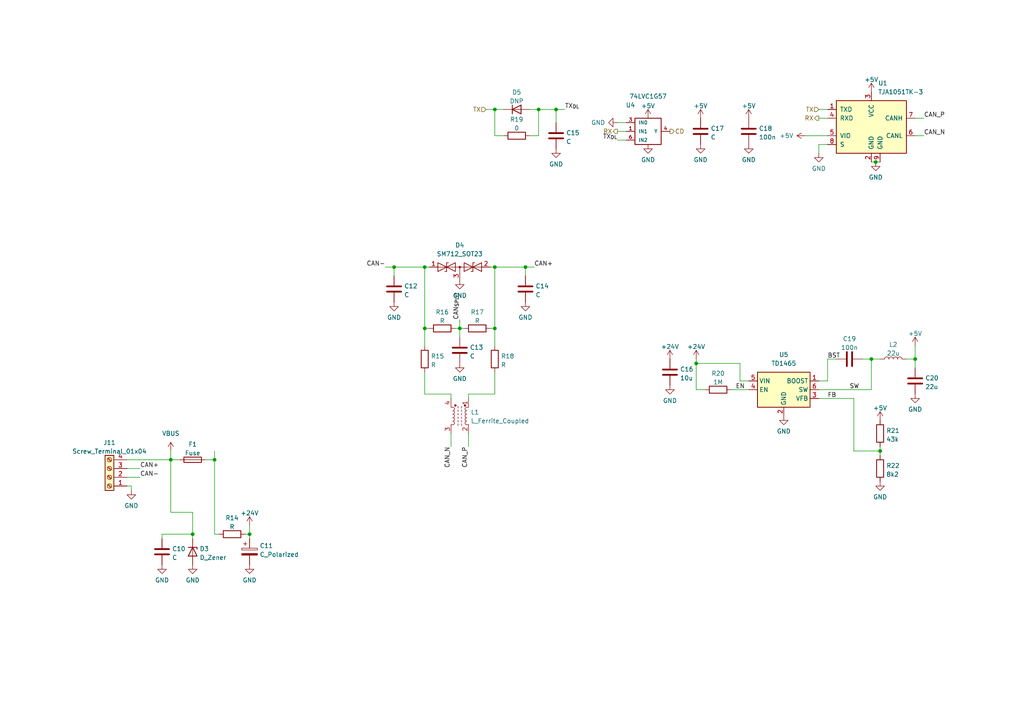
<source format=kicad_sch>
(kicad_sch (version 20230121) (generator eeschema)
  (paper "A4")
  (lib_symbols
    (symbol "74xGxx:74LVC1G57" (pin_names (offset 1.016))
      (property "Reference" "U" (at -2.54 5.08 0))
      (property "Value" "74LVC1G57" (at 0 -5.08 0))
      (symbol "74LVC1G57_0_1"
        (rectangle (start -3.81 3.81) (end 3.81 -3.81) (stroke (width 0.254)))
      )
      (symbol "74LVC1G57_1_1"
        (pin input line (at -6.35 0 0) (length 2.54) (name "IN1") (number "1"))
        (pin power_in line (at 0 -3.81 270) (length 0) hide (name "GND") (number "2"))
        (pin input line (at -6.35 2.54 0) (length 2.54) (name "IN0") (number "3"))
        (pin output line (at 6.35 0 180) (length 2.54) (name "Y") (number "4"))
        (pin power_in line (at 0 3.81 90) (length 0) hide (name "VCC") (number "5"))
        (pin input line (at -6.35 -2.54 0) (length 2.54) (name "IN2") (number "6"))
      )
    )
    (symbol "Connector:Screw_Terminal_01x04" (pin_names (offset 1.016) hide)
      (property "Reference" "J" (at 0 5.08 0))
      (property "Value" "Screw_Terminal_01x04" (at 0 -7.62 0))
      (symbol "Screw_Terminal_01x04_1_1"
        (rectangle (start -1.27 3.81) (end 1.27 -6.35) (stroke (width 0.254)) (fill (type background)))
        (circle (center 0 -5.08) (radius 0.635) (stroke (width 0.1524)))
        (circle (center 0 -2.54) (radius 0.635) (stroke (width 0.1524)))
        (polyline (pts (xy -0.5334 -4.7498) (xy 0.3302 -5.588)) (stroke (width 0.1524)))
        (polyline (pts (xy -0.5334 -2.2098) (xy 0.3302 -3.048)) (stroke (width 0.1524)))
        (polyline (pts (xy -0.5334 0.3302) (xy 0.3302 -0.508)) (stroke (width 0.1524)))
        (polyline (pts (xy -0.5334 2.8702) (xy 0.3302 2.032)) (stroke (width 0.1524)))
        (polyline (pts (xy -0.3556 -4.572) (xy 0.508 -5.4102)) (stroke (width 0.1524)))
        (polyline (pts (xy -0.3556 -2.032) (xy 0.508 -2.8702)) (stroke (width 0.1524)))
        (polyline (pts (xy -0.3556 0.508) (xy 0.508 -0.3302)) (stroke (width 0.1524)))
        (polyline (pts (xy -0.3556 3.048) (xy 0.508 2.2098)) (stroke (width 0.1524)))
        (circle (center 0 0) (radius 0.635) (stroke (width 0.1524)))
        (circle (center 0 2.54) (radius 0.635) (stroke (width 0.1524)))
        (pin passive line (at -5.08 2.54 0) (length 3.81) (name "Pin_1") (number "1"))
        (pin passive line (at -5.08 0 0) (length 3.81) (name "Pin_2") (number "2"))
        (pin passive line (at -5.08 -2.54 0) (length 3.81) (name "Pin_3") (number "3"))
        (pin passive line (at -5.08 -5.08 0) (length 3.81) (name "Pin_4") (number "4"))
      )
    )
    (symbol "Device:C" (pin_numbers hide) (pin_names (offset 0.254))
      (property "Reference" "C" (at 0.635 2.54 0))
      (property "Value" "C" (at 0.635 -2.54 0))
      (symbol "C_0_1"
        (polyline (pts (xy -2.032 -0.762) (xy 2.032 -0.762)) (stroke (width 0.508)))
        (polyline (pts (xy -2.032 0.762) (xy 2.032 0.762)) (stroke (width 0.508)))
      )
      (symbol "C_1_1"
        (pin passive line (at 0 3.81 270) (length 2.794) (name "~") (number "1"))
        (pin passive line (at 0 -3.81 90) (length 2.794) (name "~") (number "2"))
      )
    )
    (symbol "Device:C_Polarized" (pin_numbers hide) (pin_names (offset 0.254))
      (property "Reference" "C" (at 0.635 2.54 0))
      (property "Value" "C_Polarized" (at 0.635 -2.54 0))
      (symbol "C_Polarized_0_1"
        (rectangle (start -2.286 0.508) (end 2.286 1.016))
        (polyline (pts (xy -1.778 2.286) (xy -0.762 2.286)))
        (polyline (pts (xy -1.27 2.794) (xy -1.27 1.778)))
        (rectangle (start 2.286 -0.508) (end -2.286 -1.016) (fill (type outline)))
      )
      (symbol "C_Polarized_1_1"
        (pin passive line (at 0 3.81 270) (length 2.794) (name "~") (number "1"))
        (pin passive line (at 0 -3.81 90) (length 2.794) (name "~") (number "2"))
      )
    )
    (symbol "Device:D" (pin_numbers hide) (pin_names (offset 1.016) hide)
      (property "Reference" "D" (at 0 2.54 0))
      (property "Value" "D" (at 0 -2.54 0))
      (symbol "D_0_1"
        (polyline (pts (xy -1.27 1.27) (xy -1.27 -1.27)) (stroke (width 0.254)))
        (polyline (pts (xy 1.27 0) (xy -1.27 0)))
        (polyline (pts (xy 1.27 1.27) (xy 1.27 -1.27) (xy -1.27 0) (xy 1.27 1.27)) (stroke (width 0.254)))
      )
      (symbol "D_1_1"
        (pin passive line (at -3.81 0 0) (length 2.54) (name "K") (number "1"))
        (pin passive line (at 3.81 0 180) (length 2.54) (name "A") (number "2"))
      )
    )
    (symbol "Device:D_Zener" (pin_numbers hide) (pin_names (offset 1.016) hide)
      (property "Reference" "D" (at 0 2.54 0))
      (property "Value" "D_Zener" (at 0 -2.54 0))
      (symbol "D_Zener_0_1"
        (polyline (pts (xy 1.27 0) (xy -1.27 0)))
        (polyline (pts (xy -1.27 -1.27) (xy -1.27 1.27) (xy -0.762 1.27)) (stroke (width 0.254)))
        (polyline (pts (xy 1.27 -1.27) (xy 1.27 1.27) (xy -1.27 0) (xy 1.27 -1.27)) (stroke (width 0.254)))
      )
      (symbol "D_Zener_1_1"
        (pin passive line (at -3.81 0 0) (length 2.54) (name "K") (number "1"))
        (pin passive line (at 3.81 0 180) (length 2.54) (name "A") (number "2"))
      )
    )
    (symbol "Device:Fuse" (pin_numbers hide) (pin_names (offset 0))
      (property "Reference" "F" (at 2.032 0 90))
      (property "Value" "Fuse" (at -1.905 0 90))
      (symbol "Fuse_0_1"
        (rectangle (start -0.762 -2.54) (end 0.762 2.54) (stroke (width 0.254)))
        (polyline (pts (xy 0 2.54) (xy 0 -2.54)))
      )
      (symbol "Fuse_1_1"
        (pin passive line (at 0 3.81 270) (length 1.27) (name "~") (number "1"))
        (pin passive line (at 0 -3.81 90) (length 1.27) (name "~") (number "2"))
      )
    )
    (symbol "Device:L" (pin_numbers hide) (pin_names (offset 1.016) hide)
      (property "Reference" "L" (at -1.27 0 90))
      (property "Value" "L" (at 1.905 0 90))
      (symbol "L_0_1"
        (arc (start 0 -2.54) (mid 0.6323 -1.905) (end 0 -1.27))
        (arc (start 0 -1.27) (mid 0.6323 -0.635) (end 0 0))
        (arc (start 0 0) (mid 0.6323 0.635) (end 0 1.27))
        (arc (start 0 1.27) (mid 0.6323 1.905) (end 0 2.54))
      )
      (symbol "L_1_1"
        (pin passive line (at 0 3.81 270) (length 1.27) (name "1") (number "1"))
        (pin passive line (at 0 -3.81 90) (length 1.27) (name "2") (number "2"))
      )
    )
    (symbol "Device:L_Ferrite_Coupled_1243" (pin_names (offset 0.254) hide)
      (property "Reference" "L" (at 0 4.445 0))
      (property "Value" "L_Ferrite_Coupled_1243" (at 0 -4.445 0))
      (symbol "L_Ferrite_Coupled_1243_0_1"
        (circle (center -3.048 -1.27) (radius 0.254) (fill (type outline)))
        (circle (center -3.048 1.524) (radius 0.254) (fill (type outline)))
        (arc (start -2.54 2.032) (mid -2.032 1.5262) (end -1.524 2.032))
        (arc (start -1.524 -2.032) (mid -2.032 -1.5262) (end -2.54 -2.032))
        (arc (start -1.524 2.032) (mid -1.016 1.5262) (end -0.508 2.032))
        (arc (start -0.508 -2.032) (mid -1.016 -1.5262) (end -1.524 -2.032))
        (arc (start -0.508 2.032) (mid 0 1.5262) (end 0.508 2.032))
        (polyline (pts (xy -2.794 -0.508) (xy -2.286 -0.508)))
        (polyline (pts (xy -2.794 0.508) (xy -2.286 0.508)))
        (polyline (pts (xy -2.54 -2.032) (xy -2.54 -2.54)))
        (polyline (pts (xy -2.54 2.032) (xy -2.54 2.54)))
        (polyline (pts (xy -1.778 -0.508) (xy -1.27 -0.508)))
        (polyline (pts (xy -1.778 0.508) (xy -1.27 0.508)))
        (polyline (pts (xy -0.762 -0.508) (xy -0.254 -0.508)))
        (polyline (pts (xy -0.762 0.508) (xy -0.254 0.508)))
        (polyline (pts (xy 0.254 -0.508) (xy 0.762 -0.508)))
        (polyline (pts (xy 0.254 0.508) (xy 0.762 0.508)))
        (polyline (pts (xy 1.27 -0.508) (xy 1.778 -0.508)))
        (polyline (pts (xy 1.27 0.508) (xy 1.778 0.508)))
        (polyline (pts (xy 2.286 -0.508) (xy 2.794 -0.508)))
        (polyline (pts (xy 2.286 0.508) (xy 2.794 0.508)))
        (polyline (pts (xy 2.54 -2.032) (xy 2.54 -2.54)))
        (polyline (pts (xy 2.54 2.54) (xy 2.54 2.032)))
        (arc (start 0.508 -2.032) (mid 0 -1.5262) (end -0.508 -2.032))
        (arc (start 0.508 2.032) (mid 1.016 1.5262) (end 1.524 2.032))
        (arc (start 1.524 -2.032) (mid 1.016 -1.5262) (end 0.508 -2.032))
        (arc (start 1.524 2.032) (mid 2.032 1.5262) (end 2.54 2.032))
        (arc (start 2.54 -2.032) (mid 2.032 -1.5262) (end 1.524 -2.032))
      )
      (symbol "L_Ferrite_Coupled_1243_1_1"
        (pin passive line (at -5.08 2.54 0) (length 2.54) (name "1") (number "1"))
        (pin passive line (at 5.08 2.54 180) (length 2.54) (name "2") (number "2"))
        (pin passive line (at 5.08 -2.54 180) (length 2.54) (name "3") (number "3"))
        (pin passive line (at -5.08 -2.54 0) (length 2.54) (name "4") (number "4"))
      )
    )
    (symbol "Device:R" (pin_numbers hide) (pin_names (offset 0))
      (property "Reference" "R" (at 2.032 0 90))
      (property "Value" "R" (at 0 0 90))
      (symbol "R_0_1"
        (rectangle (start -1.016 -2.54) (end 1.016 2.54) (stroke (width 0.254)))
      )
      (symbol "R_1_1"
        (pin passive line (at 0 3.81 270) (length 1.27) (name "~") (number "1"))
        (pin passive line (at 0 -3.81 90) (length 1.27) (name "~") (number "2"))
      )
    )
    (symbol "Diode:SM712_SOT23" (pin_names (offset 1.016) hide)
      (property "Reference" "D" (at 0 4.445 0))
      (property "Value" "SM712_SOT23" (at 0 2.54 0))
      (symbol "SM712_SOT23_0_0"
        (polyline (pts (xy 0 -1.27) (xy 0 0)))
      )
      (symbol "SM712_SOT23_0_1"
        (polyline (pts (xy -6.35 0) (xy 6.35 0)))
        (polyline (pts (xy -3.302 1.27) (xy -3.81 1.27) (xy -3.81 -1.27) (xy -4.318 -1.27)) (stroke (width 0.2032)))
        (polyline (pts (xy 4.318 1.27) (xy 3.81 1.27) (xy 3.81 -1.27) (xy 3.302 -1.27)) (stroke (width 0.2032)))
        (polyline (pts (xy -6.35 -1.27) (xy -1.27 1.27) (xy -1.27 -1.27) (xy -6.35 1.27) (xy -6.35 -1.27)) (stroke (width 0.2032)))
        (polyline (pts (xy 1.27 -1.27) (xy 1.27 1.27) (xy 6.35 -1.27) (xy 6.35 1.27) (xy 1.27 -1.27)) (stroke (width 0.2032)))
        (circle (center 0 0) (radius 0.254) (fill (type outline)))
      )
      (symbol "SM712_SOT23_1_1"
        (pin passive line (at -8.89 0 0) (length 2.54) (name "A1") (number "1"))
        (pin passive line (at 8.89 0 180) (length 2.54) (name "A2") (number "2"))
        (pin input line (at 0 -3.81 90) (length 2.54) (name "common") (number "3"))
      )
    )
    (symbol "Interface_CAN_LIN:TJA1051TK-3" (pin_names (offset 1.016))
      (property "Reference" "U" (at -10.16 8.89 0))
      (property "Value" "TJA1051TK-3" (at 1.27 8.89 0))
      (symbol "TJA1051TK-3_0_1"
        (rectangle (start -10.16 7.62) (end 10.16 -7.62) (stroke (width 0.254)) (fill (type background)))
      )
      (symbol "TJA1051TK-3_1_1"
        (pin input line (at -12.7 5.08 0) (length 2.54) (name "TXD") (number "1"))
        (pin power_in line (at 0 -10.16 90) (length 2.54) (name "GND") (number "2"))
        (pin power_in line (at 0 10.16 270) (length 2.54) (name "VCC") (number "3"))
        (pin output line (at -12.7 2.54 0) (length 2.54) (name "RXD") (number "4"))
        (pin power_in line (at -12.7 -2.54 0) (length 2.54) (name "VIO") (number "5"))
        (pin bidirectional line (at 12.7 -2.54 180) (length 2.54) (name "CANL") (number "6"))
        (pin bidirectional line (at 12.7 2.54 180) (length 2.54) (name "CANH") (number "7"))
        (pin input line (at -12.7 -5.08 0) (length 2.54) (name "S") (number "8"))
        (pin power_in line (at 2.54 -10.16 90) (length 2.54) (name "GND") (number "9"))
      )
    )
    (symbol "Regulator_Switching:MCP16331CH"
      (property "Reference" "U" (at -7.874 6.35 0))
      (property "Value" "MCP16331CH" (at -2.54 6.35 0))
      (symbol "MCP16331CH_0_1"
        (rectangle (start -7.62 5.08) (end 7.62 -5.08) (stroke (width 0.254)) (fill (type background)))
      )
      (symbol "MCP16331CH_1_1"
        (pin input line (at 10.16 2.54 180) (length 2.54) (name "BOOST") (number "1"))
        (pin power_in line (at 0 -7.62 90) (length 2.54) (name "GND") (number "2"))
        (pin input line (at 10.16 -2.54 180) (length 2.54) (name "VFB") (number "3"))
        (pin input line (at -10.16 0 0) (length 2.54) (name "EN") (number "4"))
        (pin power_in line (at -10.16 2.54 0) (length 2.54) (name "VIN") (number "5"))
        (pin output line (at 10.16 0 180) (length 2.54) (name "SW") (number "6"))
      )
    )
    (symbol "power:+24V" (power) (pin_names (offset 0))
      (property "Value" "+24V" (at 0 3.556 0))
      (symbol "+24V_0_1"
        (polyline (pts (xy -0.762 1.27) (xy 0 2.54)))
        (polyline (pts (xy 0 0) (xy 0 2.54)))
        (polyline (pts (xy 0 2.54) (xy 0.762 1.27)))
      )
      (symbol "+24V_1_1"
        (pin power_in line (at 0 0 90) (length 0) hide (name "+24V") (number "1"))
      )
    )
    (symbol "power:+5V" (power) (pin_names (offset 0))
      (property "Value" "+5V" (at 0 3.556 0))
      (symbol "+5V_0_1"
        (polyline (pts (xy -0.762 1.27) (xy 0 2.54)))
        (polyline (pts (xy 0 0) (xy 0 2.54)))
        (polyline (pts (xy 0 2.54) (xy 0.762 1.27)))
      )
      (symbol "+5V_1_1"
        (pin power_in line (at 0 0 90) (length 0) hide (name "+5V") (number "1"))
      )
    )
    (symbol "power:GND" (power) (pin_names (offset 0))
      (property "Value" "GND" (at 0 -3.81 0))
      (symbol "GND_0_1"
        (polyline (pts (xy 0 0) (xy 0 -1.27) (xy 1.27 -1.27) (xy 0 -2.54) (xy -1.27 -1.27) (xy 0 -1.27)))
      )
      (symbol "GND_1_1"
        (pin power_in line (at 0 0 270) (length 0) hide (name "GND") (number "1"))
      )
    )
    (symbol "power:VBUS" (power) (pin_names (offset 0))
      (property "Value" "VBUS" (at 0 3.81 0))
      (symbol "VBUS_0_1"
        (polyline (pts (xy -0.762 1.27) (xy 0 2.54)))
        (polyline (pts (xy 0 0) (xy 0 2.54)))
        (polyline (pts (xy 0 2.54) (xy 0.762 1.27)))
      )
      (symbol "VBUS_1_1"
        (pin power_in line (at 0 0 90) (length 0) hide (name "VBUS") (number "1"))
      )
    )
  )
  (junction (at 55.88 154.94))
  (junction (at 254 46.99))
  (junction (at 156.21 31.75))
  (junction (at 143.51 77.47))
  (junction (at 252.73 104.14))
  (junction (at 255.27 130.81))
  (junction (at 152.4 77.47))
  (junction (at 72.39 154.94))
  (junction (at 62.23 133.35))
  (junction (at 143.51 95.25))
  (junction (at 143.51 31.75))
  (junction (at 201.93 105.41))
  (junction (at 49.53 133.35))
  (junction (at 114.3 77.47))
  (junction (at 123.19 77.47))
  (junction (at 265.43 104.14))
  (junction (at 123.19 95.25))
  (junction (at 133.35 95.25))
  (junction (at 161.29 31.75))
  (wire (pts (xy 49.53 133.35) (xy 52.07 133.35)))
  (wire (pts (xy 143.51 31.75) (xy 143.51 39.37)))
  (wire (pts (xy 49.53 148.59) (xy 49.53 133.35)))
  (wire (pts (xy 154.94 77.47) (xy 152.4 77.47)))
  (wire (pts (xy 217.17 110.49) (xy 214.63 110.49)))
  (wire (pts (xy 161.29 31.75) (xy 161.29 35.56)))
  (wire (pts (xy 59.69 133.35) (xy 62.23 133.35)))
  (wire (pts (xy 252.73 104.14) (xy 255.27 104.14)))
  (wire (pts (xy 140.97 31.75) (xy 143.51 31.75)))
  (wire (pts (xy 130.81 125.73) (xy 130.81 129.54)))
  (wire (pts (xy 130.81 114.3) (xy 123.19 114.3)))
  (wire (pts (xy 114.3 77.47) (xy 114.3 80.01)))
  (wire (pts (xy 62.23 154.94) (xy 62.23 133.35)))
  (wire (pts (xy 55.88 148.59) (xy 55.88 154.94)))
  (wire (pts (xy 237.49 110.49) (xy 240.03 110.49)))
  (wire (pts (xy 237.49 115.57) (xy 247.65 115.57)))
  (wire (pts (xy 36.83 133.35) (xy 49.53 133.35)))
  (wire (pts (xy 153.67 39.37) (xy 156.21 39.37)))
  (wire (pts (xy 237.49 34.29) (xy 240.03 34.29)))
  (wire (pts (xy 143.51 107.95) (xy 143.51 114.3)))
  (wire (pts (xy 143.51 39.37) (xy 146.05 39.37)))
  (wire (pts (xy 201.93 104.14) (xy 201.93 105.41)))
  (wire (pts (xy 63.5 154.94) (xy 62.23 154.94)))
  (wire (pts (xy 62.23 130.81) (xy 62.23 133.35)))
  (wire (pts (xy 38.1 142.24) (xy 38.1 140.97)))
  (wire (pts (xy 247.65 115.57) (xy 247.65 130.81)))
  (wire (pts (xy 114.3 77.47) (xy 123.19 77.47)))
  (wire (pts (xy 38.1 140.97) (xy 36.83 140.97)))
  (wire (pts (xy 133.35 92.71) (xy 133.35 95.25)))
  (wire (pts (xy 233.68 39.37) (xy 240.03 39.37)))
  (wire (pts (xy 265.43 104.14) (xy 262.89 104.14)))
  (wire (pts (xy 252.73 113.03) (xy 252.73 104.14)))
  (wire (pts (xy 161.29 31.75) (xy 163.83 31.75)))
  (wire (pts (xy 265.43 34.29) (xy 267.97 34.29)))
  (wire (pts (xy 46.99 154.94) (xy 46.99 156.21)))
  (wire (pts (xy 156.21 31.75) (xy 161.29 31.75)))
  (wire (pts (xy 255.27 129.54) (xy 255.27 130.81)))
  (wire (pts (xy 250.19 104.14) (xy 252.73 104.14)))
  (wire (pts (xy 265.43 100.33) (xy 265.43 104.14)))
  (wire (pts (xy 240.03 110.49) (xy 240.03 104.14)))
  (wire (pts (xy 123.19 107.95) (xy 123.19 114.3)))
  (wire (pts (xy 71.12 154.94) (xy 72.39 154.94)))
  (wire (pts (xy 152.4 77.47) (xy 152.4 80.01)))
  (wire (pts (xy 237.49 113.03) (xy 252.73 113.03)))
  (wire (pts (xy 201.93 105.41) (xy 201.93 113.03)))
  (wire (pts (xy 55.88 148.59) (xy 49.53 148.59)))
  (wire (pts (xy 214.63 105.41) (xy 201.93 105.41)))
  (wire (pts (xy 72.39 152.4) (xy 72.39 154.94)))
  (wire (pts (xy 237.49 31.75) (xy 240.03 31.75)))
  (wire (pts (xy 255.27 130.81) (xy 255.27 132.08)))
  (wire (pts (xy 123.19 77.47) (xy 123.19 95.25)))
  (wire (pts (xy 135.89 125.73) (xy 135.89 129.54)))
  (wire (pts (xy 123.19 77.47) (xy 124.46 77.47)))
  (wire (pts (xy 237.49 44.45) (xy 237.49 41.91)))
  (wire (pts (xy 201.93 113.03) (xy 204.47 113.03)))
  (wire (pts (xy 179.07 35.56) (xy 181.61 35.56)))
  (wire (pts (xy 143.51 77.47) (xy 142.24 77.47)))
  (wire (pts (xy 135.89 114.3) (xy 143.51 114.3)))
  (wire (pts (xy 214.63 110.49) (xy 214.63 105.41)))
  (wire (pts (xy 36.83 138.43) (xy 40.64 138.43)))
  (wire (pts (xy 46.99 154.94) (xy 55.88 154.94)))
  (wire (pts (xy 49.53 130.81) (xy 49.53 133.35)))
  (wire (pts (xy 133.35 95.25) (xy 134.62 95.25)))
  (wire (pts (xy 135.89 115.57) (xy 135.89 114.3)))
  (wire (pts (xy 111.76 77.47) (xy 114.3 77.47)))
  (wire (pts (xy 130.81 115.57) (xy 130.81 114.3)))
  (wire (pts (xy 123.19 95.25) (xy 123.19 100.33)))
  (wire (pts (xy 72.39 154.94) (xy 72.39 156.21)))
  (wire (pts (xy 247.65 130.81) (xy 255.27 130.81)))
  (wire (pts (xy 153.67 31.75) (xy 156.21 31.75)))
  (wire (pts (xy 240.03 104.14) (xy 242.57 104.14)))
  (wire (pts (xy 237.49 41.91) (xy 240.03 41.91)))
  (wire (pts (xy 123.19 95.25) (xy 124.46 95.25)))
  (wire (pts (xy 179.07 40.64) (xy 181.61 40.64)))
  (wire (pts (xy 254 46.99) (xy 252.73 46.99)))
  (wire (pts (xy 265.43 39.37) (xy 267.97 39.37)))
  (wire (pts (xy 212.09 113.03) (xy 217.17 113.03)))
  (wire (pts (xy 142.24 95.25) (xy 143.51 95.25)))
  (wire (pts (xy 133.35 95.25) (xy 133.35 97.79)))
  (wire (pts (xy 156.21 39.37) (xy 156.21 31.75)))
  (wire (pts (xy 55.88 154.94) (xy 55.88 156.21)))
  (wire (pts (xy 143.51 95.25) (xy 143.51 100.33)))
  (wire (pts (xy 152.4 77.47) (xy 143.51 77.47)))
  (wire (pts (xy 254 46.99) (xy 255.27 46.99)))
  (wire (pts (xy 265.43 104.14) (xy 265.43 106.68)))
  (wire (pts (xy 146.05 31.75) (xy 143.51 31.75)))
  (wire (pts (xy 179.07 38.1) (xy 181.61 38.1)))
  (wire (pts (xy 36.83 135.89) (xy 40.64 135.89)))
  (wire (pts (xy 143.51 77.47) (xy 143.51 95.25)))
  (wire (pts (xy 132.08 95.25) (xy 133.35 95.25)))
  (label "FB" (at 240.03 115.57 0))
  (label "CAN_P" (at 135.89 129.54 270))
  (label "CAN+" (at 40.64 135.89 0))
  (label "EN" (at 213.36 113.03 0))
  (label "CAN-" (at 111.76 77.47 180))
  (label "CAN_N" (at 267.97 39.37 0))
  (label "BST" (at 240.03 104.14 0))
  (label "CAN-" (at 40.64 138.43 0))
  (label "TX_{DL}" (at 179.07 40.64 180))
  (label "CAN+" (at 154.94 77.47 0))
  (label "CAN_P" (at 267.97 34.29 0))
  (label "CAN_{SPLIT}" (at 133.35 92.71 90))
  (label "CAN_N" (at 130.81 129.54 270))
  (label "TX_{DL}" (at 163.83 31.75 0))
  (label "SW" (at 246.38 113.03 0))
  (hierarchical_label "RX" (shape output) (at 179.07 38.1 180))
  (hierarchical_label "TX" (shape input) (at 237.49 31.75 180))
  (hierarchical_label "RX" (shape output) (at 237.49 34.29 180))
  (hierarchical_label "CD" (shape output) (at 194.31 38.1 0))
  (hierarchical_label "TX" (shape input) (at 140.97 31.75 180))
  (symbol (lib_id "Device:C") (at 161.29 39.37 0) (unit 1)
    (property "Reference" "C15" (at 164.211 38.5353 0) (effects (justify left)))
    (property "Value" "C" (at 164.211 41.0722 0) (effects (justify left)))
    (property "Footprint" "Capacitor_SMD:C_0402_1005Metric" (effects hide))
    (instances (project "generic_node" (path "" (reference "C15") (unit 1))) (project "heating_controller" (path "" (reference "C16") (unit 1))))
  )
  (symbol (lib_id "Device:C") (at 265.43 110.49 180) (unit 1)
    (property "Reference" "C20" (at 268.351 109.6553 0) (effects (justify right)))
    (property "Value" "22u" (at 268.351 112.1922 0) (effects (justify right)))
    (property "Footprint" "Capacitor_SMD:C_0805_2012Metric" (effects hide))
    (instances (project "generic_node" (path "" (reference "C20") (unit 1))) (project "heating_controller" (path "" (reference "C21") (unit 1))))
  )
  (symbol (lib_id "power:+24V") (at 201.93 104.14 0) (unit 1)
    (property "Reference" "#PWR062" (effects hide))
    (property "Value" "+24V" (at 201.93 100.5642 0))
    (instances (project "generic_node" (path "" (reference "#PWR062") (unit 1))) (project "heating_controller" (path "" (reference "#PWR0157") (unit 1))))
  )
  (symbol (lib_id "Device:L_Ferrite_Coupled_1243") (at 133.35 120.65 270) (unit 1)
    (property "Reference" "L1" (at 136.525 119.5613 90) (effects (justify left)))
    (property "Value" "L_Ferrite_Coupled" (at 136.525 122.0982 90) (effects (justify left)))
    (property "Footprint" "Inductor_SMD:L_CommonModeChoke_Coilcraft_0805USB" (effects hide))
  )
  (symbol (lib_id "power:GND") (at 255.27 139.7 0) (unit 1)
    (property "Reference" "#PWR073" (effects hide))
    (property "Value" "GND" (at 255.27 144.1434 0))
    (instances (project "generic_node" (path "" (reference "#PWR073") (unit 1))) (project "heating_controller" (path "" (reference "#PWR0160") (unit 1))))
  )
  (symbol (lib_id "power:VBUS") (at 49.53 130.81 0) (unit 1)
    (property "Reference" "#PWR01" (effects hide))
    (property "Value" "VBUS" (at 49.53 125.73 0))
  )
  (symbol (lib_id "power:GND") (at 227.33 120.65 0) (unit 1)
    (property "Reference" "#PWR067" (effects hide))
    (property "Value" "GND" (at 227.33 125.0934 0))
    (instances (project "generic_node" (path "" (reference "#PWR067") (unit 1))) (project "heating_controller" (path "" (reference "#PWR0154") (unit 1))))
  )
  (symbol (lib_id "power:GND") (at 72.39 163.83 0) (unit 1)
    (property "Reference" "#PWR051" (effects hide))
    (property "Value" "GND" (at 72.39 168.2734 0))
    (instances (project "generic_node" (path "" (reference "#PWR051") (unit 1))) (project "heating_controller" (path "" (reference "#PWR0170") (unit 1))))
  )
  (symbol (lib_id "power:GND") (at 194.31 111.76 0) (unit 1)
    (property "Reference" "#PWR061" (effects hide))
    (property "Value" "GND" (at 194.31 116.2034 0))
    (instances (project "generic_node" (path "" (reference "#PWR061") (unit 1))) (project "heating_controller" (path "" (reference "#PWR0155") (unit 1))))
  )
  (symbol (lib_id "Interface_CAN_LIN:TJA1051TK-3") (at 252.73 36.83 0) (unit 1)
    (property "Reference" "U1" (at 254.6859 24.13 0) (effects (justify left)))
    (property "Value" "TJA1051TK-3" (at 254.6859 26.67 0) (effects (justify left)))
    (property "Footprint" "Package_DFN_QFN:DFN-8-1EP_3x3mm_P0.65mm_EP1.55x2.4mm" (effects hide))
    (property "Datasheet" "http://www.nxp.com/documents/data_sheet/TJA1051.pdf" (effects hide))
  )
  (symbol (lib_id "power:GND") (at 203.2 41.91 0) (unit 1)
    (property "Reference" "#PWR064" (effects hide))
    (property "Value" "GND" (at 203.2 46.3534 0))
    (instances (project "generic_node" (path "" (reference "#PWR064") (unit 1))) (project "heating_controller" (path "" (reference "#PWR0180") (unit 1))))
  )
  (symbol (lib_id "power:GND") (at 217.17 41.91 0) (unit 1)
    (property "Reference" "#PWR066" (effects hide))
    (property "Value" "GND" (at 217.17 46.3534 0))
    (instances (project "generic_node" (path "" (reference "#PWR066") (unit 1))) (project "heating_controller" (path "" (reference "#PWR0177") (unit 1))))
  )
  (symbol (lib_id "Diode:SM712_SOT23") (at 133.35 77.47 0) (unit 1)
    (property "Reference" "D4" (at 133.35 71.12 0))
    (property "Value" "SM712_SOT23" (at 133.35 73.66 0))
    (property "Footprint" "Package_TO_SOT_SMD:SOT-23" (effects hide))
    (property "Datasheet" "https://www.littelfuse.com/~/media/electronics/datasheets/tvs_diode_arrays/littelfuse_tvs_diode_array_sm712_datasheet.pdf.pdf" (effects hide))
    (instances (project "generic_node" (path "" (reference "D4") (unit 1))) (project "heating_controller" (path "" (reference "D25") (unit 1))))
  )
  (symbol (lib_id "Device:Fuse") (at 55.88 133.35 90) (unit 1)
    (property "Reference" "F1" (at 55.88 128.8882 90))
    (property "Value" "Fuse" (at 55.88 131.4251 90))
    (property "Footprint" "Fuse:Fuse_0805_2012Metric_Pad1.15x1.40mm_HandSolder" (effects hide))
  )
  (symbol (lib_id "power:GND") (at 55.88 163.83 0) (unit 1)
    (property "Reference" "#PWR048" (effects hide))
    (property "Value" "GND" (at 55.88 168.2734 0))
    (instances (project "generic_node" (path "" (reference "#PWR048") (unit 1))) (project "heating_controller" (path "" (reference "#PWR0172") (unit 1))))
  )
  (symbol (lib_id "power:+5V") (at 187.96 34.29 0) (unit 1)
    (property "Reference" "#PWR058" (effects hide))
    (property "Value" "+5V" (at 187.96 30.7142 0))
    (instances (project "generic_node" (path "" (reference "#PWR058") (unit 1))) (project "heating_controller" (path "" (reference "#PWR0175") (unit 1))))
  )
  (symbol (lib_id "Device:C") (at 152.4 83.82 0) (unit 1)
    (property "Reference" "C14" (at 155.321 82.9853 0) (effects (justify left)))
    (property "Value" "C" (at 155.321 85.5222 0) (effects (justify left)))
    (property "Footprint" "Capacitor_SMD:C_0603_1608Metric" (effects hide))
    (instances (project "generic_node" (path "" (reference "C14") (unit 1))) (project "heating_controller" (path "" (reference "C15") (unit 1))))
  )
  (symbol (lib_id "power:+24V") (at 72.39 152.4 0) (unit 1)
    (property "Reference" "#PWR050" (effects hide))
    (property "Value" "+24V" (at 72.39 148.8242 0))
    (instances (project "generic_node" (path "" (reference "#PWR050") (unit 1))) (project "heating_controller" (path "" (reference "#PWR0169") (unit 1))))
  )
  (symbol (lib_id "power:GND") (at 38.1 142.24 0) (unit 1)
    (property "Reference" "#PWR046" (effects hide))
    (property "Value" "GND" (at 38.1 146.6834 0))
    (instances (project "generic_node" (path "" (reference "#PWR046") (unit 1))) (project "heating_controller" (path "" (reference "#PWR0168") (unit 1))))
  )
  (symbol (lib_id "power:GND") (at 133.35 105.41 0) (unit 1)
    (property "Reference" "#PWR054" (effects hide))
    (property "Value" "GND" (at 133.35 109.8534 0))
    (instances (project "generic_node" (path "" (reference "#PWR054") (unit 1))) (project "heating_controller" (path "" (reference "#PWR0164") (unit 1))))
  )
  (symbol (lib_id "Connector:Screw_Terminal_01x04") (at 31.75 138.43 180) (unit 1)
    (property "Reference" "J11" (at 31.75 128.3802 0))
    (property "Value" "Screw_Terminal_01x04" (at 31.75 130.9171 0))
    (property "Footprint" "Connector_Phoenix_MC:PhoenixContact_MC_1,5_4-G-3.81_1x04_P3.81mm_Horizontal" (effects hide))
    (instances (project "generic_node" (path "" (reference "J11") (unit 1))) (project "heating_controller" (path "" (reference "J20") (unit 1))))
  )
  (symbol (lib_id "Device:R") (at 123.19 104.14 0) (unit 1)
    (property "Reference" "R15" (at 124.968 103.3053 0) (effects (justify left)))
    (property "Value" "R" (at 124.968 105.8422 0) (effects (justify left)))
    (property "Footprint" "Resistor_SMD:R_0603_1608Metric" (effects hide))
    (instances (project "generic_node" (path "" (reference "R15") (unit 1))) (project "heating_controller" (path "" (reference "R29") (unit 1))))
  )
  (symbol (lib_id "Device:D_Zener") (at 55.88 160.02 270) (unit 1)
    (property "Reference" "D3" (at 57.912 159.1853 90) (effects (justify left)))
    (property "Value" "D_Zener" (at 57.912 161.7222 90) (effects (justify left)))
    (property "Footprint" "Diode_SMD:D_SMA" (effects hide))
    (instances (project "generic_node" (path "" (reference "D3") (unit 1))) (project "heating_controller" (path "" (reference "D24") (unit 1))))
  )
  (symbol (lib_id "Device:R") (at 128.27 95.25 90) (unit 1)
    (property "Reference" "R16" (at 128.27 90.5342 90))
    (property "Value" "R" (at 128.27 93.0711 90))
    (property "Footprint" "Resistor_SMD:R_0805_2012Metric_Pad1.20x1.40mm_HandSolder" (effects hide))
    (instances (project "generic_node" (path "" (reference "R16") (unit 1))) (project "heating_controller" (path "" (reference "R30") (unit 1))))
  )
  (symbol (lib_id "Regulator_Switching:MCP16331CH") (at 227.33 113.03 0) (unit 1)
    (property "Reference" "U5" (at 227.33 102.87 0))
    (property "Value" "TD1465" (at 227.33 105.41 0))
    (property "Footprint" "Package_TO_SOT_SMD:SOT-23-6" (effects hide))
    (property "Datasheet" "http://ww1.microchip.com/downloads/en/DeviceDoc/20005308C.pdf" (effects hide))
    (instances (project "generic_node" (path "" (reference "U5") (unit 1))) (project "heating_controller" (path "" (reference "U7") (unit 1))))
  )
  (symbol (lib_id "Device:C") (at 194.31 107.95 180) (unit 1)
    (property "Reference" "C16" (at 197.231 107.1153 0) (effects (justify right)))
    (property "Value" "10u" (at 197.231 109.6522 0) (effects (justify right)))
    (property "Footprint" "Capacitor_SMD:C_1206_3216Metric" (effects hide))
    (instances (project "generic_node" (path "" (reference "C16") (unit 1))) (project "heating_controller" (path "" (reference "C17") (unit 1))))
  )
  (symbol (lib_id "Device:L") (at 259.08 104.14 90) (unit 1)
    (property "Reference" "L2" (at 259.08 99.9322 90))
    (property "Value" "22u" (at 259.08 102.4691 90))
    (property "Footprint" "Inductor_SMD:L_1210_3225Metric" (effects hide))
  )
  (symbol (lib_id "power:GND") (at 133.35 81.28 0) (unit 1)
    (property "Reference" "#PWR053" (effects hide))
    (property "Value" "GND" (at 133.35 85.7234 0))
    (instances (project "generic_node" (path "" (reference "#PWR053") (unit 1))) (project "heating_controller" (path "" (reference "#PWR0161") (unit 1))))
  )
  (symbol (lib_id "power:+5V") (at 233.68 39.37 90) (unit 1)
    (property "Reference" "#PWR068" (effects hide))
    (property "Value" "+5V" (at 226.06 39.37 90) (effects (justify right)))
    (instances (project "generic_node" (path "" (reference "#PWR068") (unit 1))) (project "heating_controller" (path "" (reference "#PWR0181") (unit 1))))
  )
  (symbol (lib_id "Device:C_Polarized") (at 72.39 160.02 0) (unit 1)
    (property "Reference" "C11" (at 75.311 158.2963 0) (effects (justify left)))
    (property "Value" "C_Polarized" (at 75.311 160.8332 0) (effects (justify left)))
    (property "Footprint" "Capacitor_THT:C_Disc_D3.0mm_W1.6mm_P2.50mm" (effects hide))
    (instances (project "generic_node" (path "" (reference "C11") (unit 1))) (project "heating_controller" (path "" (reference "C12") (unit 1))))
  )
  (symbol (lib_id "Device:R") (at 255.27 135.89 0) (unit 1)
    (property "Reference" "R22" (at 257.048 135.0553 0) (effects (justify left)))
    (property "Value" "8k2" (at 257.048 137.5922 0) (effects (justify left)))
    (property "Footprint" "Resistor_SMD:R_0402_1005Metric" (effects hide))
    (instances (project "generic_node" (path "" (reference "R22") (unit 1))) (project "heating_controller" (path "" (reference "R36") (unit 1))))
  )
  (symbol (lib_id "74xGxx:74LVC1G57") (at 187.96 38.1 0) (unit 1)
    (property "Reference" "U4" (at 182.88 30.48 0))
    (property "Value" "74LVC1G57" (at 187.96 27.94 0))
    (property "Footprint" "Package_TO_SOT_SMD:SOT-563" (effects hide))
    (property "Datasheet" "http://www.ti.com/lit/sg/scyt129e/scyt129e.pdf" (effects hide))
    (instances (project "generic_node" (path "" (reference "U4") (unit 1))) (project "heating_controller" (path "" (reference "U6") (unit 1))))
  )
  (symbol (lib_id "power:GND") (at 179.07 35.56 270) (unit 1)
    (property "Reference" "#PWR057" (effects hide))
    (property "Value" "GND" (at 171.45 35.56 90) (effects (justify left)))
    (instances (project "generic_node" (path "" (reference "#PWR057") (unit 1))) (project "heating_controller" (path "" (reference "#PWR0174") (unit 1))))
  )
  (symbol (lib_id "Device:C") (at 114.3 83.82 0) (unit 1)
    (property "Reference" "C12" (at 117.221 82.9853 0) (effects (justify left)))
    (property "Value" "C" (at 117.221 85.5222 0) (effects (justify left)))
    (property "Footprint" "Capacitor_SMD:C_0603_1608Metric" (effects hide))
    (instances (project "generic_node" (path "" (reference "C12") (unit 1))) (project "heating_controller" (path "" (reference "C13") (unit 1))))
  )
  (symbol (lib_id "power:GND") (at 265.43 114.3 0) (unit 1)
    (property "Reference" "#PWR075" (effects hide))
    (property "Value" "GND" (at 265.43 118.7434 0))
    (instances (project "generic_node" (path "" (reference "#PWR075") (unit 1))) (project "heating_controller" (path "" (reference "#PWR0159") (unit 1))))
  )
  (symbol (lib_id "Device:C") (at 217.17 38.1 180) (unit 1)
    (property "Reference" "C18" (at 220.091 37.2653 0) (effects (justify right)))
    (property "Value" "100n" (at 220.091 39.8022 0) (effects (justify right)))
    (property "Footprint" "Capacitor_SMD:C_0402_1005Metric" (effects hide))
    (instances (project "generic_node" (path "" (reference "C18") (unit 1))) (project "heating_controller" (path "" (reference "C19") (unit 1))))
  )
  (symbol (lib_id "Device:R") (at 67.31 154.94 90) (unit 1)
    (property "Reference" "R14" (at 67.31 150.2242 90))
    (property "Value" "R" (at 67.31 152.7611 90))
    (property "Footprint" "Resistor_SMD:R_0805_2012Metric" (effects hide))
    (instances (project "generic_node" (path "" (reference "R14") (unit 1))) (project "heating_controller" (path "" (reference "R28") (unit 1))))
  )
  (symbol (lib_id "Device:R") (at 255.27 125.73 0) (unit 1)
    (property "Reference" "R21" (at 257.048 124.8953 0) (effects (justify left)))
    (property "Value" "43k" (at 257.048 127.4322 0) (effects (justify left)))
    (property "Footprint" "Resistor_SMD:R_0402_1005Metric" (effects hide))
    (instances (project "generic_node" (path "" (reference "R21") (unit 1))) (project "heating_controller" (path "" (reference "R35") (unit 1))))
  )
  (symbol (lib_id "Device:R") (at 143.51 104.14 0) (unit 1)
    (property "Reference" "R18" (at 145.288 103.3053 0) (effects (justify left)))
    (property "Value" "R" (at 145.288 105.8422 0) (effects (justify left)))
    (property "Footprint" "Resistor_SMD:R_0603_1608Metric" (effects hide))
    (instances (project "generic_node" (path "" (reference "R18") (unit 1))) (project "heating_controller" (path "" (reference "R32") (unit 1))))
  )
  (symbol (lib_id "Device:R") (at 149.86 39.37 270) (unit 1)
    (property "Reference" "R19" (at 149.86 34.6542 90))
    (property "Value" "0" (at 149.86 37.1911 90))
    (property "Footprint" "Resistor_SMD:R_0402_1005Metric" (effects hide))
    (instances (project "generic_node" (path "" (reference "R19") (unit 1))) (project "heating_controller" (path "" (reference "R33") (unit 1))))
  )
  (symbol (lib_id "power:GND") (at 237.49 44.45 0) (unit 1)
    (property "Reference" "#PWR069" (effects hide))
    (property "Value" "GND" (at 237.49 48.8934 0))
    (instances (project "generic_node" (path "" (reference "#PWR069") (unit 1))) (project "heating_controller" (path "" (reference "#PWR0184") (unit 1))))
  )
  (symbol (lib_id "Device:C") (at 133.35 101.6 0) (unit 1)
    (property "Reference" "C13" (at 136.271 100.7653 0) (effects (justify left)))
    (property "Value" "C" (at 136.271 103.3022 0) (effects (justify left)))
    (property "Footprint" "Capacitor_SMD:C_0805_2012Metric_Pad1.18x1.45mm_HandSolder" (effects hide))
    (instances (project "generic_node" (path "" (reference "C13") (unit 1))) (project "heating_controller" (path "" (reference "C14") (unit 1))))
  )
  (symbol (lib_id "Device:C") (at 46.99 160.02 0) (unit 1)
    (property "Reference" "C10" (at 49.911 159.1853 0) (effects (justify left)))
    (property "Value" "C" (at 49.911 161.7222 0) (effects (justify left)))
    (property "Footprint" "Capacitor_SMD:C_0603_1608Metric" (effects hide))
    (instances (project "generic_node" (path "" (reference "C10") (unit 1))) (project "heating_controller" (path "" (reference "C11") (unit 1))))
  )
  (symbol (lib_id "power:+5V") (at 217.17 34.29 0) (unit 1)
    (property "Reference" "#PWR065" (effects hide))
    (property "Value" "+5V" (at 217.17 30.7142 0))
    (instances (project "generic_node" (path "" (reference "#PWR065") (unit 1))) (project "heating_controller" (path "" (reference "#PWR0178") (unit 1))))
  )
  (symbol (lib_id "Device:C") (at 203.2 38.1 0) (unit 1)
    (property "Reference" "C17" (at 206.121 37.2653 0) (effects (justify left)))
    (property "Value" "C" (at 206.121 39.8022 0) (effects (justify left)))
    (property "Footprint" "Capacitor_SMD:C_0402_1005Metric" (effects hide))
    (instances (project "generic_node" (path "" (reference "C17") (unit 1))) (project "heating_controller" (path "" (reference "C18") (unit 1))))
  )
  (symbol (lib_id "Device:C") (at 246.38 104.14 90) (unit 1)
    (property "Reference" "C19" (at 246.38 98.2812 90))
    (property "Value" "100n" (at 246.38 100.8181 90))
    (property "Footprint" "Capacitor_SMD:C_0402_1005Metric" (effects hide))
    (instances (project "generic_node" (path "" (reference "C19") (unit 1))) (project "heating_controller" (path "" (reference "C20") (unit 1))))
  )
  (symbol (lib_id "power:+5V") (at 203.2 34.29 0) (unit 1)
    (property "Reference" "#PWR063" (effects hide))
    (property "Value" "+5V" (at 203.2 30.7142 0))
    (instances (project "generic_node" (path "" (reference "#PWR063") (unit 1))) (project "heating_controller" (path "" (reference "#PWR0179") (unit 1))))
  )
  (symbol (lib_id "Device:D") (at 149.86 31.75 0) (unit 1)
    (property "Reference" "D5" (at 149.86 26.7802 0))
    (property "Value" "DNP" (at 149.86 29.3171 0))
    (property "Footprint" "Diode_SMD:D_SOD-523" (effects hide))
    (instances (project "generic_node" (path "" (reference "D5") (unit 1))) (project "heating_controller" (path "" (reference "D26") (unit 1))))
  )
  (symbol (lib_id "Device:R") (at 208.28 113.03 270) (unit 1)
    (property "Reference" "R20" (at 208.28 108.3142 90))
    (property "Value" "1M" (at 208.28 110.8511 90))
    (property "Footprint" "Resistor_SMD:R_0402_1005Metric" (effects hide))
    (instances (project "generic_node" (path "" (reference "R20") (unit 1))) (project "heating_controller" (path "" (reference "R34") (unit 1))))
  )
  (symbol (lib_id "Device:R") (at 138.43 95.25 90) (unit 1)
    (property "Reference" "R17" (at 138.43 90.5342 90))
    (property "Value" "R" (at 138.43 93.0711 90))
    (property "Footprint" "Resistor_SMD:R_0805_2012Metric_Pad1.20x1.40mm_HandSolder" (effects hide))
    (instances (project "generic_node" (path "" (reference "R17") (unit 1))) (project "heating_controller" (path "" (reference "R31") (unit 1))))
  )
  (symbol (lib_id "power:GND") (at 161.29 43.18 0) (unit 1)
    (property "Reference" "#PWR056" (effects hide))
    (property "Value" "GND" (at 161.29 47.6234 0))
    (instances (project "generic_node" (path "" (reference "#PWR056") (unit 1))) (project "heating_controller" (path "" (reference "#PWR0173") (unit 1))))
  )
  (symbol (lib_id "power:GND") (at 46.99 163.83 0) (unit 1)
    (property "Reference" "#PWR047" (effects hide))
    (property "Value" "GND" (at 46.99 168.2734 0))
    (instances (project "generic_node" (path "" (reference "#PWR047") (unit 1))) (project "heating_controller" (path "" (reference "#PWR0171") (unit 1))))
  )
  (symbol (lib_id "power:+5V") (at 255.27 121.92 0) (unit 1)
    (property "Reference" "#PWR072" (effects hide))
    (property "Value" "+5V" (at 255.27 118.3442 0))
    (instances (project "generic_node" (path "" (reference "#PWR072") (unit 1))) (project "heating_controller" (path "" (reference "#PWR0153") (unit 1))))
  )
  (symbol (lib_id "power:GND") (at 114.3 87.63 0) (unit 1)
    (property "Reference" "#PWR052" (effects hide))
    (property "Value" "GND" (at 114.3 92.0734 0))
    (instances (project "generic_node" (path "" (reference "#PWR052") (unit 1))) (project "heating_controller" (path "" (reference "#PWR0162") (unit 1))))
  )
  (symbol (lib_id "power:GND") (at 187.96 41.91 0) (unit 1)
    (property "Reference" "#PWR059" (effects hide))
    (property "Value" "GND" (at 187.96 46.3534 0))
    (instances (project "generic_node" (path "" (reference "#PWR059") (unit 1))) (project "heating_controller" (path "" (reference "#PWR0176") (unit 1))))
  )
  (symbol (lib_id "power:GND") (at 152.4 87.63 0) (unit 1)
    (property "Reference" "#PWR055" (effects hide))
    (property "Value" "GND" (at 152.4 92.0734 0))
    (instances (project "generic_node" (path "" (reference "#PWR055") (unit 1))) (project "heating_controller" (path "" (reference "#PWR0163") (unit 1))))
  )
  (symbol (lib_id "power:+5V") (at 252.73 26.67 0) (unit 1)
    (property "Reference" "#PWR070" (effects hide))
    (property "Value" "+5V" (at 252.73 23.0942 0))
    (instances (project "generic_node" (path "" (reference "#PWR070") (unit 1))) (project "heating_controller" (path "" (reference "#PWR0183") (unit 1))))
  )
  (symbol (lib_id "power:+24V") (at 194.31 104.14 0) (unit 1)
    (property "Reference" "#PWR060" (effects hide))
    (property "Value" "+24V" (at 194.31 100.5642 0))
    (instances (project "generic_node" (path "" (reference "#PWR060") (unit 1))) (project "heating_controller" (path "" (reference "#PWR0156") (unit 1))))
  )
  (symbol (lib_id "power:GND") (at 254 46.99 0) (unit 1)
    (property "Reference" "#PWR071" (effects hide))
    (property "Value" "GND" (at 254 51.4334 0))
    (instances (project "generic_node" (path "" (reference "#PWR071") (unit 1))) (project "heating_controller" (path "" (reference "#PWR0182") (unit 1))))
  )
  (symbol (lib_id "power:+5V") (at 265.43 100.33 0) (unit 1)
    (property "Reference" "#PWR074" (effects hide))
    (property "Value" "+5V" (at 265.43 96.7542 0))
    (instances (project "generic_node" (path "" (reference "#PWR074") (unit 1))) (project "heating_controller" (path "" (reference "#PWR0158") (unit 1))))
  )
)
</source>
